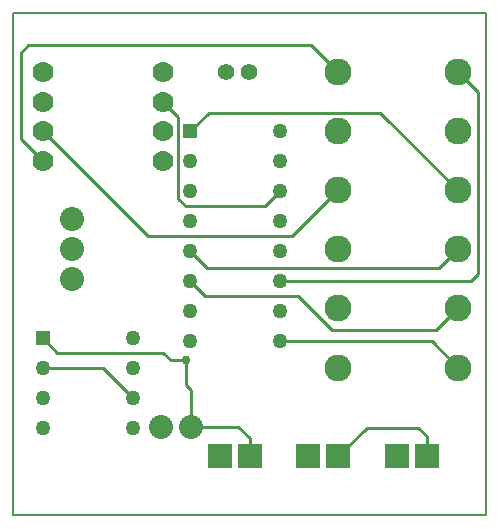
<source format=gbr>
G04 PROTEUS GERBER X2 FILE*
%TF.GenerationSoftware,Labcenter,Proteus,8.6-SP2-Build23525*%
%TF.CreationDate,2021-09-04T14:22:35+00:00*%
%TF.FileFunction,Copper,L1,Top*%
%TF.FilePolarity,Positive*%
%TF.Part,Single*%
%FSLAX45Y45*%
%MOMM*%
G01*
%TA.AperFunction,Conductor*%
%ADD10C,0.254000*%
%TA.AperFunction,ViaPad*%
%ADD11C,0.762000*%
%TA.AperFunction,WasherPad*%
%ADD12C,1.397000*%
%TA.AperFunction,ComponentPad*%
%ADD13C,1.778000*%
%TA.AperFunction,ComponentPad*%
%ADD14C,2.032000*%
%TA.AperFunction,ComponentPad*%
%ADD15R,1.270000X1.270000*%
%ADD16C,1.270000*%
%TA.AperFunction,ComponentPad*%
%ADD17C,2.286000*%
%ADD18R,2.032000X2.032000*%
%TA.AperFunction,Profile*%
%ADD19C,0.203200*%
%TD.AperFunction*%
D10*
X-3750000Y-4000D02*
X-3241999Y-4000D01*
X-2988000Y-258000D01*
X-2988000Y-257999D01*
X-1738000Y+1492001D02*
X-1738000Y+1492000D01*
X-1865001Y+1365000D01*
X-2540000Y+1365000D01*
X-2603500Y+1428500D01*
X-2603500Y+2119500D01*
X-2734000Y+2250000D01*
X-234000Y+1500000D02*
X-893000Y+2159000D01*
X-2341000Y+2159000D01*
X-2500000Y+2000000D01*
X-2500000Y+984000D02*
X-2355600Y+839600D01*
X-394400Y+839600D01*
X-234000Y+1000000D01*
X-2500000Y+730000D02*
X-2373000Y+603000D01*
X-1587500Y+603000D01*
X-1302000Y+317500D01*
X-416500Y+317500D01*
X-234000Y+500000D01*
X-1738000Y+222000D02*
X-456000Y+222000D01*
X-234000Y+0D01*
X-1738000Y+730000D02*
X-127000Y+730000D01*
X-63500Y+793500D01*
X-63500Y+2329500D01*
X-234000Y+2500000D01*
X-1250000Y+2500000D02*
X-1480500Y+2730500D01*
X-3873500Y+2730500D01*
X-3937000Y+2667000D01*
X-3937000Y+1937000D01*
X-3750000Y+1750000D01*
X-1250000Y+1500000D02*
X-1639000Y+1111000D01*
X-2861000Y+1111000D01*
X-3750000Y+2000000D01*
X-2540000Y+63500D02*
X-2667000Y+63500D01*
X-2730500Y+127000D01*
X-3627000Y+127000D01*
X-3750000Y+250000D01*
X-2496000Y-500000D02*
X-2095500Y-500000D01*
X-1996000Y-599500D01*
X-1996000Y-750000D01*
X-2496000Y-500000D02*
X-2496000Y-190500D01*
X-2540000Y-146500D01*
X-2540000Y+63500D01*
X-1246000Y-750000D02*
X-1004000Y-508000D01*
X-571500Y-508000D01*
X-496000Y-583500D01*
X-496000Y-750000D01*
D11*
X-2540000Y+63500D03*
D12*
X-2200000Y+2500000D03*
X-2000000Y+2500000D03*
D13*
X-3750000Y+2500000D03*
X-2734000Y+2500000D03*
X-3750000Y+2250000D03*
X-2734000Y+2250000D03*
X-3750000Y+2000000D03*
X-2734000Y+2000000D03*
X-3750000Y+1750000D03*
X-2734000Y+1750000D03*
D14*
X-3500000Y+750000D03*
X-3500000Y+1004000D03*
X-3500000Y+1258000D03*
D15*
X-2500000Y+2000000D03*
D16*
X-2500000Y+1746000D03*
X-2500000Y+1492000D03*
X-2500000Y+1238000D03*
X-2500000Y+984000D03*
X-2500000Y+730000D03*
X-2500000Y+476000D03*
X-2500000Y+222000D03*
X-1738000Y+222000D03*
X-1738000Y+476000D03*
X-1738000Y+730000D03*
X-1738000Y+984000D03*
X-1738000Y+1238000D03*
X-1738000Y+1492000D03*
X-1738000Y+1746000D03*
X-1738000Y+2000000D03*
D15*
X-3750000Y+250000D03*
D16*
X-3750000Y-4000D03*
X-3750000Y-258000D03*
X-3750000Y-512000D03*
X-2988000Y-512000D03*
X-2988000Y-258000D03*
X-2988000Y-4000D03*
X-2988000Y+250000D03*
D17*
X-234000Y+2500000D03*
X-1250000Y+2500000D03*
X-234000Y+2000000D03*
X-1250000Y+2000000D03*
X-234000Y+1500000D03*
X-1250000Y+1500000D03*
X-234000Y+1000000D03*
X-1250000Y+1000000D03*
X-234000Y+500000D03*
X-1250000Y+500000D03*
X-234000Y+0D03*
X-1250000Y+0D03*
D14*
X-2750000Y-500000D03*
X-2496000Y-500000D03*
D18*
X-2250000Y-750000D03*
X-1996000Y-750000D03*
X-1500000Y-750000D03*
X-1246000Y-750000D03*
X-750000Y-750000D03*
X-496000Y-750000D03*
D19*
X-4000000Y+3000000D02*
X-4000000Y-1250000D01*
X+0Y-1250000D01*
X+0Y+3000000D01*
X-4000000Y+3000000D02*
X+0Y+3000000D01*
M02*

</source>
